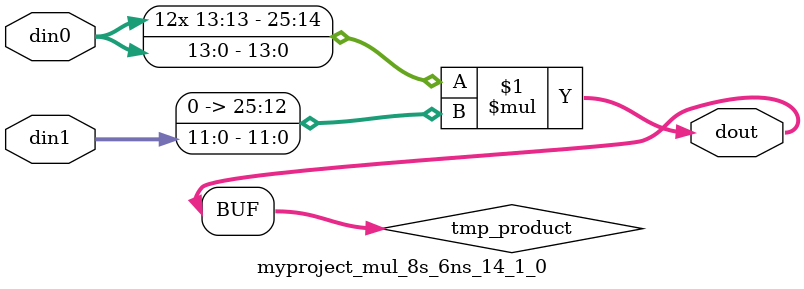
<source format=v>

`timescale 1 ns / 1 ps

  module myproject_mul_8s_6ns_14_1_0(din0, din1, dout);
parameter ID = 1;
parameter NUM_STAGE = 0;
parameter din0_WIDTH = 14;
parameter din1_WIDTH = 12;
parameter dout_WIDTH = 26;

input [din0_WIDTH - 1 : 0] din0; 
input [din1_WIDTH - 1 : 0] din1; 
output [dout_WIDTH - 1 : 0] dout;

wire signed [dout_WIDTH - 1 : 0] tmp_product;












assign tmp_product = $signed(din0) * $signed({1'b0, din1});









assign dout = tmp_product;







endmodule

</source>
